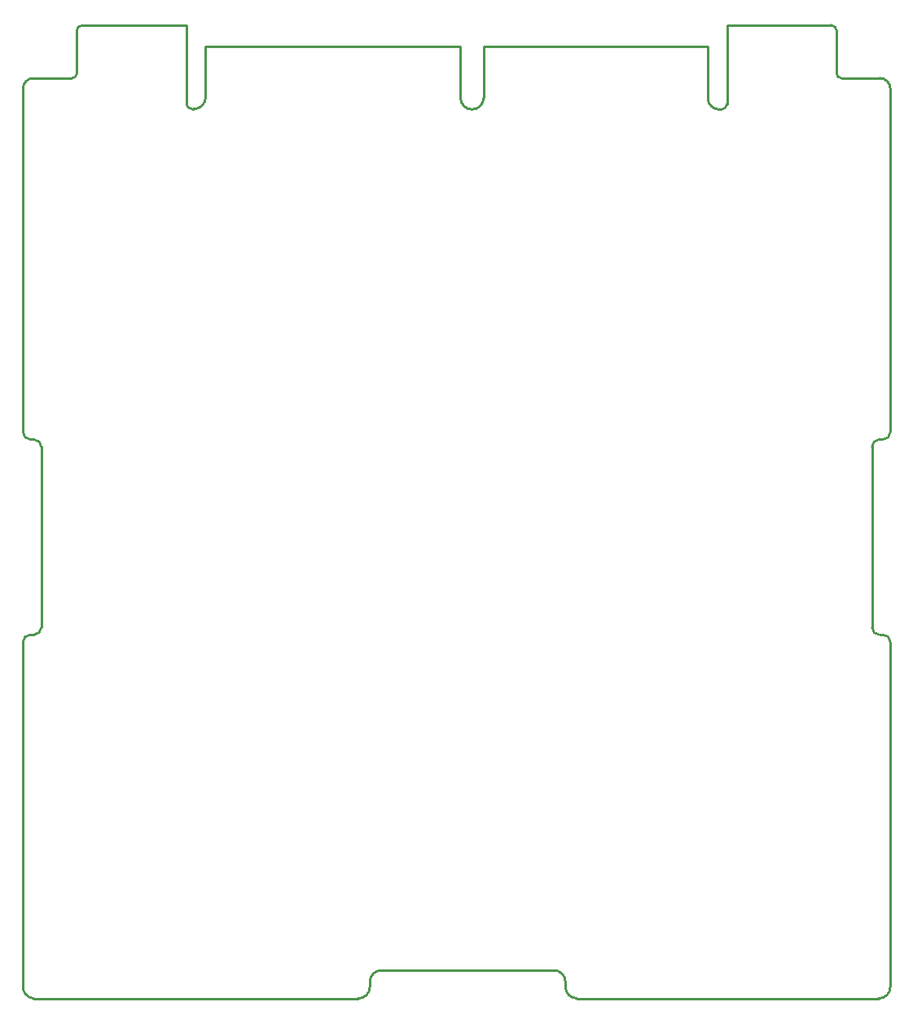
<source format=gm1>
%TF.GenerationSoftware,KiCad,Pcbnew,(5.1.10)-1*%
%TF.CreationDate,2021-11-16T14:43:47-05:00*%
%TF.ProjectId,batteryboard,62617474-6572-4796-926f-6172642e6b69,rev?*%
%TF.SameCoordinates,Original*%
%TF.FileFunction,Profile,NP*%
%FSLAX46Y46*%
G04 Gerber Fmt 4.6, Leading zero omitted, Abs format (unit mm)*
G04 Created by KiCad (PCBNEW (5.1.10)-1) date 2021-11-16 14:43:47*
%MOMM*%
%LPD*%
G01*
G04 APERTURE LIST*
%TA.AperFunction,Profile*%
%ADD10C,0.254000*%
%TD*%
G04 APERTURE END LIST*
D10*
X55143402Y-105409998D02*
X55143402Y-86639398D01*
X54356002Y-143967195D02*
X88112602Y-143967198D01*
X54000402Y-106171998D02*
X54381402Y-106171998D01*
X143408402Y-142773398D02*
X143408402Y-106933998D01*
X110820202Y-143967198D02*
X142214602Y-143967198D01*
X54356002Y-143967198D02*
G75*
G02*
X53238402Y-142697198I76200J1193800D01*
G01*
X69442154Y-42841370D02*
X70222203Y-42841370D01*
X53238393Y-142697198D02*
X53238402Y-106933998D01*
X127746790Y-42822678D02*
X137253494Y-42822681D01*
X59397198Y-42841358D02*
X64742207Y-42841358D01*
X141503402Y-86639398D02*
G75*
G02*
X142265402Y-85877398I762000J0D01*
G01*
X126422177Y-42822681D02*
X127040068Y-42822681D01*
X126422177Y-44904381D02*
X126422177Y-42822681D01*
X70222203Y-44854351D02*
X70222203Y-42841370D01*
X90500202Y-141046198D02*
X108432602Y-141046198D01*
X142265402Y-85877398D02*
X142646402Y-85877398D01*
X89306402Y-142773398D02*
G75*
G02*
X88112602Y-143967198I-1193800J0D01*
G01*
X108432602Y-141046198D02*
G75*
G02*
X109626402Y-142239998I0J-1193800D01*
G01*
X143408402Y-142773398D02*
G75*
G02*
X142214602Y-143967198I-1193800J0D01*
G01*
X142265402Y-106171998D02*
X142646402Y-106171998D01*
X58822003Y-47841541D02*
X58822003Y-43415476D01*
X138305527Y-48324697D02*
X142305524Y-48324697D01*
X53238402Y-106933998D02*
G75*
G02*
X54000402Y-106171998I762000J0D01*
G01*
X143408402Y-85115398D02*
X143408402Y-49427575D01*
X70797239Y-51529333D02*
G75*
G02*
X70222239Y-50954333I0J575000D01*
G01*
X54338847Y-48324697D02*
X58338847Y-48324697D01*
X89306402Y-142773398D02*
X89306402Y-142239998D01*
X137253494Y-42822681D02*
G75*
G02*
X137822185Y-43391372I0J-568691D01*
G01*
X138305527Y-48324697D02*
G75*
G02*
X137822185Y-47841355I0J483342D01*
G01*
X54381402Y-85877398D02*
G75*
G02*
X55143402Y-86639398I0J-762000D01*
G01*
X54000402Y-85877398D02*
X54381402Y-85877398D01*
X142646402Y-106171998D02*
G75*
G02*
X143408402Y-106933998I0J-762000D01*
G01*
X53238402Y-85115398D02*
X53238402Y-49425142D01*
X89306402Y-142239998D02*
G75*
G02*
X90500202Y-141046198I1193800J0D01*
G01*
X55143402Y-105409998D02*
G75*
G02*
X54381402Y-106171998I-762000J0D01*
G01*
X137822185Y-47841355D02*
X137822185Y-43391372D01*
X143408402Y-85115398D02*
G75*
G02*
X142646402Y-85877398I-762000J0D01*
G01*
X58822186Y-43416370D02*
G75*
G02*
X59397198Y-42841358I575012J0D01*
G01*
X54000402Y-85877398D02*
G75*
G02*
X53238402Y-85115398I0J762000D01*
G01*
X126422213Y-51004364D02*
G75*
G02*
X125847213Y-51579364I-575000J0D01*
G01*
X127040060Y-42822678D02*
X127746790Y-42822678D01*
X72222220Y-45004350D02*
X98722220Y-45004353D01*
X70797239Y-51529331D02*
X71022232Y-51529331D01*
X142265402Y-106171998D02*
G75*
G02*
X141503402Y-105409998I0J762000D01*
G01*
X72222220Y-50329323D02*
X72222220Y-45004353D01*
X58822003Y-47841541D02*
G75*
G02*
X58338847Y-48324697I-483156J0D01*
G01*
X125622220Y-51579361D02*
X125847213Y-51579361D01*
X53238402Y-49425142D02*
G75*
G02*
X54338847Y-48324697I1100445J0D01*
G01*
X124422232Y-50379354D02*
X124422232Y-45004363D01*
X70222239Y-50954331D02*
X70222239Y-44854333D01*
X101122220Y-45004353D02*
X124422222Y-45004353D01*
X98722230Y-50379354D02*
X98722230Y-45004363D01*
X101122210Y-50379354D02*
X101122210Y-45004363D01*
X126422213Y-51004361D02*
X126422213Y-44904363D01*
X142305524Y-48324700D02*
G75*
G02*
X143408402Y-49427575I0J-1102878D01*
G01*
X72222220Y-50329342D02*
G75*
G02*
X71022232Y-51529331I-1199990J1D01*
G01*
X125622219Y-51579361D02*
G75*
G02*
X124422232Y-50379371I3J1199990D01*
G01*
X101122210Y-50379370D02*
G75*
G02*
X98722230Y-50379354I-1199990J-1D01*
G01*
X141503402Y-105409998D02*
X141503402Y-86639398D01*
X64742214Y-42841363D02*
X69442149Y-42841363D01*
X110820202Y-143967198D02*
G75*
G02*
X109626402Y-142773398I0J1193800D01*
G01*
X109626402Y-142773398D02*
X109626402Y-142239998D01*
M02*

</source>
